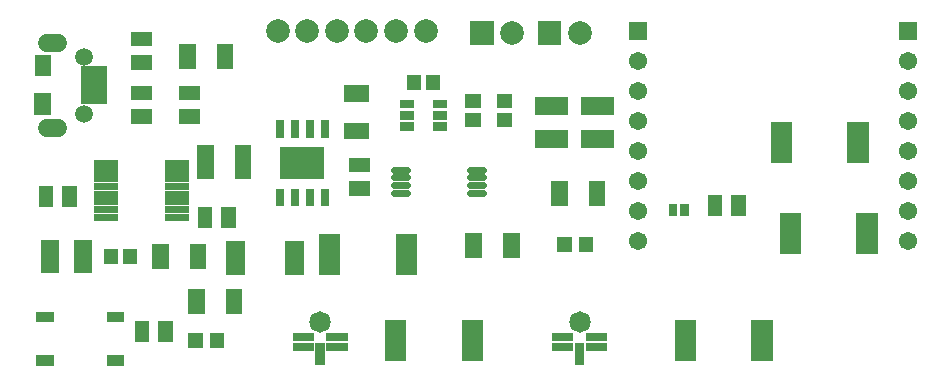
<source format=gts>
G04 Layer: TopSolderMaskLayer*
G04 EasyEDA v6.3.43, 2020-05-24T14:51:43+02:00*
G04 8b069e2c24b14efe805d348ad6be2aff,234966f79ee84ceb97ee69e44186daaf,10*
G04 Gerber Generator version 0.2*
G04 Scale: 100 percent, Rotated: No, Reflected: No *
G04 Dimensions in millimeters *
G04 leading zeros omitted , absolute positions ,3 integer and 3 decimal *
%FSLAX33Y33*%
%MOMM*%
G90*
G71D02*

%ADD50C,1.503197*%
%ADD51C,0.603199*%
%ADD54C,2.003196*%
%ADD68C,1.823187*%
%ADD74C,1.543202*%

%LPD*%
G54D50*
G01X2296Y21399D02*
G01X1396Y21399D01*
G01X2296Y28638D02*
G01X1396Y28638D01*
G54D51*
G01X30793Y17866D02*
G01X31893Y17866D01*
G01X30793Y17216D02*
G01X31893Y17216D01*
G01X30793Y16565D02*
G01X31893Y16565D01*
G01X30793Y15915D02*
G01X31893Y15915D01*
G01X37194Y17866D02*
G01X38294Y17866D01*
G01X37194Y17216D02*
G01X38294Y17216D01*
G01X37194Y16565D02*
G01X38294Y16565D01*
G01X37194Y15915D02*
G01X38294Y15915D01*
G36*
G01X11394Y18100D02*
G01X11394Y18709D01*
G01X13401Y18709D01*
G01X13401Y18100D01*
G01X11394Y18100D01*
G37*
G36*
G01X11394Y17449D02*
G01X11394Y18059D01*
G01X13401Y18059D01*
G01X13401Y17449D01*
G01X11394Y17449D01*
G37*
G36*
G01X11394Y16799D02*
G01X11394Y17409D01*
G01X13401Y17409D01*
G01X13401Y16799D01*
G01X11394Y16799D01*
G37*
G36*
G01X11394Y16149D02*
G01X11394Y16758D01*
G01X13401Y16758D01*
G01X13401Y16149D01*
G01X11394Y16149D01*
G37*
G36*
G01X11394Y15499D02*
G01X11394Y16108D01*
G01X13401Y16108D01*
G01X13401Y15499D01*
G01X11394Y15499D01*
G37*
G36*
G01X11394Y14848D02*
G01X11394Y15458D01*
G01X13401Y15458D01*
G01X13401Y14848D01*
G01X11394Y14848D01*
G37*
G36*
G01X11394Y14198D02*
G01X11394Y14808D01*
G01X13401Y14808D01*
G01X13401Y14198D01*
G01X11394Y14198D01*
G37*
G36*
G01X11394Y13548D02*
G01X11394Y14157D01*
G01X13401Y14157D01*
G01X13401Y13548D01*
G01X11394Y13548D01*
G37*
G36*
G01X5394Y13548D02*
G01X5394Y14157D01*
G01X7401Y14157D01*
G01X7401Y13548D01*
G01X5394Y13548D01*
G37*
G36*
G01X5394Y14198D02*
G01X5394Y14808D01*
G01X7401Y14808D01*
G01X7401Y14198D01*
G01X5394Y14198D01*
G37*
G36*
G01X5394Y14848D02*
G01X5394Y15458D01*
G01X7401Y15458D01*
G01X7401Y14848D01*
G01X5394Y14848D01*
G37*
G36*
G01X5394Y15499D02*
G01X5394Y16108D01*
G01X7401Y16108D01*
G01X7401Y15499D01*
G01X5394Y15499D01*
G37*
G36*
G01X5394Y16149D02*
G01X5394Y16758D01*
G01X7401Y16758D01*
G01X7401Y16149D01*
G01X5394Y16149D01*
G37*
G36*
G01X5394Y16799D02*
G01X5394Y17409D01*
G01X7401Y17409D01*
G01X7401Y16799D01*
G01X5394Y16799D01*
G37*
G36*
G01X5394Y17449D02*
G01X5394Y18059D01*
G01X7401Y18059D01*
G01X7401Y17449D01*
G01X5394Y17449D01*
G37*
G36*
G01X5394Y18100D02*
G01X5394Y18709D01*
G01X7401Y18709D01*
G01X7401Y18100D01*
G01X5394Y18100D01*
G37*
G36*
G01X13357Y2776D02*
G01X13357Y4081D01*
G01X14561Y4081D01*
G01X14561Y2776D01*
G01X13357Y2776D01*
G37*
G36*
G01X15158Y2776D02*
G01X15158Y4081D01*
G01X16360Y4081D01*
G01X16360Y2776D01*
G01X15158Y2776D01*
G37*
G36*
G01X46398Y10904D02*
G01X46398Y12209D01*
G01X47602Y12209D01*
G01X47602Y10904D01*
G01X46398Y10904D01*
G37*
G36*
G01X44599Y10904D02*
G01X44599Y12209D01*
G01X45801Y12209D01*
G01X45801Y10904D01*
G01X44599Y10904D01*
G37*
G54D54*
G01X40767Y29464D03*
G36*
G01X37226Y28463D02*
G01X37226Y30464D01*
G01X39227Y30464D01*
G01X39227Y28463D01*
G01X37226Y28463D01*
G37*
G01X46482Y29464D03*
G36*
G01X42941Y28463D02*
G01X42941Y30464D01*
G01X44942Y30464D01*
G01X44942Y28463D01*
G01X42941Y28463D01*
G37*
G36*
G01X46603Y19692D02*
G01X46603Y21196D01*
G01X49408Y21196D01*
G01X49408Y19692D01*
G01X46603Y19692D01*
G37*
G36*
G01X46603Y22491D02*
G01X46603Y23995D01*
G01X49408Y23995D01*
G01X49408Y22491D01*
G01X46603Y22491D01*
G37*
G36*
G01X3695Y9138D02*
G01X3695Y11943D01*
G01X5199Y11943D01*
G01X5199Y9138D01*
G01X3695Y9138D01*
G37*
G36*
G01X896Y9138D02*
G01X896Y11943D01*
G01X2400Y11943D01*
G01X2400Y9138D01*
G01X896Y9138D01*
G37*
G36*
G01X24424Y8915D02*
G01X24424Y12420D01*
G01X26225Y12420D01*
G01X26225Y8915D01*
G01X24424Y8915D01*
G37*
G36*
G01X30924Y8915D02*
G01X30924Y12420D01*
G01X32727Y12420D01*
G01X32727Y8915D01*
G01X30924Y8915D01*
G37*
G36*
G01X36512Y1676D02*
G01X36512Y5181D01*
G01X38313Y5181D01*
G01X38313Y1676D01*
G01X36512Y1676D01*
G37*
G36*
G01X30010Y1676D02*
G01X30010Y5181D01*
G01X31813Y5181D01*
G01X31813Y1676D01*
G01X30010Y1676D01*
G37*
G36*
G01X61023Y1676D02*
G01X61023Y5181D01*
G01X62824Y5181D01*
G01X62824Y1676D01*
G01X61023Y1676D01*
G37*
G36*
G01X54521Y1676D02*
G01X54521Y5181D01*
G01X56324Y5181D01*
G01X56324Y1676D01*
G01X54521Y1676D01*
G37*
G36*
G01X69151Y18440D02*
G01X69151Y21945D01*
G01X70952Y21945D01*
G01X70952Y18440D01*
G01X69151Y18440D01*
G37*
G36*
G01X62649Y18440D02*
G01X62649Y21945D01*
G01X64452Y21945D01*
G01X64452Y18440D01*
G01X62649Y18440D01*
G37*
G36*
G01X69913Y10693D02*
G01X69913Y14198D01*
G01X71714Y14198D01*
G01X71714Y10693D01*
G01X69913Y10693D01*
G37*
G36*
G01X63411Y10693D02*
G01X63411Y14198D01*
G01X65214Y14198D01*
G01X65214Y10693D01*
G01X63411Y10693D01*
G37*
G36*
G01X12585Y23766D02*
G01X12585Y24970D01*
G01X14338Y24970D01*
G01X14338Y23766D01*
G01X12585Y23766D01*
G37*
G36*
G01X12585Y21765D02*
G01X12585Y22969D01*
G01X14338Y22969D01*
G01X14338Y21765D01*
G01X12585Y21765D01*
G37*
G36*
G01X8521Y23766D02*
G01X8521Y24970D01*
G01X10274Y24970D01*
G01X10274Y23766D01*
G01X8521Y23766D01*
G37*
G36*
G01X8521Y21765D02*
G01X8521Y22969D01*
G01X10274Y22969D01*
G01X10274Y21765D01*
G01X8521Y21765D01*
G37*
G36*
G01X42666Y19692D02*
G01X42666Y21196D01*
G01X45471Y21196D01*
G01X45471Y19692D01*
G01X42666Y19692D01*
G37*
G36*
G01X42666Y22491D02*
G01X42666Y23995D01*
G01X45471Y23995D01*
G01X45471Y22491D01*
G01X42666Y22491D01*
G37*
G36*
G01X4229Y23403D02*
G01X4229Y24056D01*
G01X6433Y24056D01*
G01X6433Y23403D01*
G01X4229Y23403D01*
G37*
G36*
G01X4229Y24053D02*
G01X4229Y24706D01*
G01X6433Y24706D01*
G01X6433Y24053D01*
G01X4229Y24053D01*
G37*
G36*
G01X4229Y24701D02*
G01X4229Y25356D01*
G01X6433Y25356D01*
G01X6433Y24701D01*
G01X4229Y24701D01*
G37*
G36*
G01X4229Y25351D02*
G01X4229Y26007D01*
G01X6433Y26007D01*
G01X6433Y25351D01*
G01X4229Y25351D01*
G37*
G36*
G01X4229Y26001D02*
G01X4229Y26654D01*
G01X6433Y26654D01*
G01X6433Y26001D01*
G01X4229Y26001D01*
G37*
G36*
G01X317Y22522D02*
G01X317Y24325D01*
G01X1719Y24325D01*
G01X1719Y22522D01*
G01X317Y22522D01*
G37*
G36*
G01X332Y25801D02*
G01X332Y27604D01*
G01X1737Y27604D01*
G01X1737Y25801D01*
G01X332Y25801D01*
G37*
G54D50*
G01X4546Y27429D03*
G01X4546Y22588D03*
G36*
G01X8811Y3314D02*
G01X8811Y5067D01*
G01X10015Y5067D01*
G01X10015Y3314D01*
G01X8811Y3314D01*
G37*
G36*
G01X10812Y3314D02*
G01X10812Y5067D01*
G01X12016Y5067D01*
G01X12016Y3314D01*
G01X10812Y3314D01*
G37*
G36*
G01X57325Y13982D02*
G01X57325Y15735D01*
G01X58529Y15735D01*
G01X58529Y13982D01*
G01X57325Y13982D01*
G37*
G36*
G01X59326Y13982D02*
G01X59326Y15735D01*
G01X60530Y15735D01*
G01X60530Y13982D01*
G01X59326Y13982D01*
G37*
G36*
G01X21511Y8961D02*
G01X21511Y11864D01*
G01X23114Y11864D01*
G01X23114Y8961D01*
G01X21511Y8961D01*
G37*
G36*
G01X16510Y8961D02*
G01X16510Y11864D01*
G01X18112Y11864D01*
G01X18112Y8961D01*
G01X16510Y8961D01*
G37*
G36*
G01X39479Y21457D02*
G01X39479Y22661D01*
G01X40784Y22661D01*
G01X40784Y21457D01*
G01X39479Y21457D01*
G37*
G36*
G01X39479Y23058D02*
G01X39479Y24262D01*
G01X40784Y24262D01*
G01X40784Y23058D01*
G01X39479Y23058D01*
G37*
G36*
G01X36812Y21457D02*
G01X36812Y22661D01*
G01X38117Y22661D01*
G01X38117Y21457D01*
G01X36812Y21457D01*
G37*
G36*
G01X36812Y23058D02*
G01X36812Y24262D01*
G01X38117Y24262D01*
G01X38117Y23058D01*
G01X36812Y23058D01*
G37*
G36*
G01X31871Y24620D02*
G01X31871Y25925D01*
G01X33075Y25925D01*
G01X33075Y24620D01*
G01X31871Y24620D01*
G37*
G36*
G01X33472Y24620D02*
G01X33472Y25925D01*
G01X34676Y25925D01*
G01X34676Y24620D01*
G01X33472Y24620D01*
G37*
G36*
G01X6217Y9888D02*
G01X6217Y11193D01*
G01X7421Y11193D01*
G01X7421Y9888D01*
G01X6217Y9888D01*
G37*
G36*
G01X7818Y9888D02*
G01X7818Y11193D01*
G01X9022Y11193D01*
G01X9022Y9888D01*
G01X7818Y9888D01*
G37*
G36*
G01X54013Y13977D02*
G01X54013Y14978D01*
G01X54716Y14978D01*
G01X54716Y13977D01*
G01X54013Y13977D01*
G37*
G36*
G01X55011Y13977D02*
G01X55011Y14978D01*
G01X55714Y14978D01*
G01X55714Y13977D01*
G01X55011Y13977D01*
G37*
G36*
G01X34071Y23053D02*
G01X34071Y23804D01*
G01X35275Y23804D01*
G01X35275Y23053D01*
G01X34071Y23053D01*
G37*
G36*
G01X34071Y22103D02*
G01X34071Y22854D01*
G01X35275Y22854D01*
G01X35275Y22103D01*
G01X34071Y22103D01*
G37*
G36*
G01X34071Y21153D02*
G01X34071Y21904D01*
G01X35275Y21904D01*
G01X35275Y21153D01*
G01X34071Y21153D01*
G37*
G36*
G01X31272Y21153D02*
G01X31272Y21904D01*
G01X32476Y21904D01*
G01X32476Y21153D01*
G01X31272Y21153D01*
G37*
G36*
G01X31272Y22103D02*
G01X31272Y22854D01*
G01X32476Y22854D01*
G01X32476Y22103D01*
G01X31272Y22103D01*
G37*
G36*
G01X31272Y23053D02*
G01X31272Y23804D01*
G01X32476Y23804D01*
G01X32476Y23053D01*
G01X31272Y23053D01*
G37*
G54D54*
G01X33428Y29591D03*
G01X20927Y29591D03*
G01X23428Y29591D03*
G01X25928Y29591D03*
G01X28427Y29591D03*
G01X30927Y29591D03*
G36*
G01X6438Y1254D02*
G01X6438Y2156D01*
G01X7942Y2156D01*
G01X7942Y1254D01*
G01X6438Y1254D01*
G37*
G36*
G01X439Y1254D02*
G01X439Y2156D01*
G01X1943Y2156D01*
G01X1943Y1254D01*
G01X439Y1254D01*
G37*
G36*
G01X6438Y4955D02*
G01X6438Y5857D01*
G01X7942Y5857D01*
G01X7942Y4955D01*
G01X6438Y4955D01*
G37*
G36*
G01X439Y4955D02*
G01X439Y5857D01*
G01X1943Y5857D01*
G01X1943Y4955D01*
G01X439Y4955D01*
G37*
G36*
G01X26936Y15669D02*
G01X26936Y16873D01*
G01X28689Y16873D01*
G01X28689Y15669D01*
G01X26936Y15669D01*
G37*
G36*
G01X26936Y17670D02*
G01X26936Y18874D01*
G01X28689Y18874D01*
G01X28689Y17670D01*
G01X26936Y17670D01*
G37*
G36*
G01X8521Y28338D02*
G01X8521Y29542D01*
G01X10274Y29542D01*
G01X10274Y28338D01*
G01X8521Y28338D01*
G37*
G36*
G01X8521Y26337D02*
G01X8521Y27541D01*
G01X10274Y27541D01*
G01X10274Y26337D01*
G01X8521Y26337D01*
G37*
G54D68*
G01X24511Y4953D03*
G36*
G01X25034Y3342D02*
G01X25034Y4064D01*
G01X26837Y4064D01*
G01X26837Y3342D01*
G01X25034Y3342D01*
G37*
G36*
G01X25041Y2512D02*
G01X25041Y3233D01*
G01X26845Y3233D01*
G01X26845Y2512D01*
G01X25041Y2512D01*
G37*
G36*
G01X24109Y1358D02*
G01X24109Y3162D01*
G01X24912Y3162D01*
G01X24912Y1358D01*
G01X24109Y1358D01*
G37*
G36*
G01X22176Y2512D02*
G01X22176Y3233D01*
G01X23980Y3233D01*
G01X23980Y2512D01*
G01X22176Y2512D01*
G37*
G36*
G01X22171Y3342D02*
G01X22171Y4064D01*
G01X23975Y4064D01*
G01X23975Y3342D01*
G01X22171Y3342D01*
G37*
G36*
G01X47005Y3342D02*
G01X47005Y4064D01*
G01X48808Y4064D01*
G01X48808Y3342D01*
G01X47005Y3342D01*
G37*
G36*
G01X47012Y2512D02*
G01X47012Y3233D01*
G01X48816Y3233D01*
G01X48816Y2512D01*
G01X47012Y2512D01*
G37*
G36*
G01X46080Y1358D02*
G01X46080Y3162D01*
G01X46883Y3162D01*
G01X46883Y1358D01*
G01X46080Y1358D01*
G37*
G36*
G01X44147Y2512D02*
G01X44147Y3233D01*
G01X45951Y3233D01*
G01X45951Y2512D01*
G01X44147Y2512D01*
G37*
G36*
G01X44142Y3342D02*
G01X44142Y4064D01*
G01X45946Y4064D01*
G01X45946Y3342D01*
G01X44142Y3342D01*
G37*
G01X46482Y4953D03*
G36*
G01X15758Y26380D02*
G01X15758Y28483D01*
G01X17160Y28483D01*
G01X17160Y26380D01*
G01X15758Y26380D01*
G37*
G36*
G01X12557Y26380D02*
G01X12557Y28483D01*
G01X13959Y28483D01*
G01X13959Y26380D01*
G01X12557Y26380D01*
G37*
G36*
G01X16146Y12966D02*
G01X16146Y14719D01*
G01X17350Y14719D01*
G01X17350Y12966D01*
G01X16146Y12966D01*
G37*
G36*
G01X14145Y12966D02*
G01X14145Y14719D01*
G01X15349Y14719D01*
G01X15349Y12966D01*
G01X14145Y12966D01*
G37*
G36*
G01X2684Y14744D02*
G01X2684Y16497D01*
G01X3888Y16497D01*
G01X3888Y14744D01*
G01X2684Y14744D01*
G37*
G36*
G01X683Y14744D02*
G01X683Y16497D01*
G01X1887Y16497D01*
G01X1887Y14744D01*
G01X683Y14744D01*
G37*
G36*
G01X50662Y28818D02*
G01X50662Y30363D01*
G01X52207Y30363D01*
G01X52207Y28818D01*
G01X50662Y28818D01*
G37*
G54D74*
G01X51435Y27051D03*
G01X51435Y21971D03*
G01X51435Y24511D03*
G01X51435Y16891D03*
G01X51435Y19431D03*
G01X51435Y11811D03*
G01X51435Y14351D03*
G01X74295Y14351D03*
G01X74295Y11811D03*
G01X74295Y19431D03*
G01X74295Y16891D03*
G01X74295Y24511D03*
G01X74295Y21971D03*
G01X74295Y27051D03*
G36*
G01X73522Y28818D02*
G01X73522Y30363D01*
G01X75067Y30363D01*
G01X75067Y28818D01*
G01X73522Y28818D01*
G37*
G36*
G01X20741Y14754D02*
G01X20741Y16258D01*
G01X21424Y16258D01*
G01X21424Y14754D01*
G01X20741Y14754D01*
G37*
G36*
G01X22011Y14754D02*
G01X22011Y16258D01*
G01X22694Y16258D01*
G01X22694Y14754D01*
G01X22011Y14754D01*
G37*
G36*
G01X23281Y14754D02*
G01X23281Y16258D01*
G01X23964Y16258D01*
G01X23964Y14754D01*
G01X23281Y14754D01*
G37*
G36*
G01X24551Y14754D02*
G01X24551Y16258D01*
G01X25234Y16258D01*
G01X25234Y14754D01*
G01X24551Y14754D01*
G37*
G36*
G01X24551Y20571D02*
G01X24551Y22075D01*
G01X25234Y22075D01*
G01X25234Y20571D01*
G01X24551Y20571D01*
G37*
G36*
G01X23281Y20571D02*
G01X23281Y22075D01*
G01X23964Y22075D01*
G01X23964Y20571D01*
G01X23281Y20571D01*
G37*
G36*
G01X22011Y20571D02*
G01X22011Y22075D01*
G01X22694Y22075D01*
G01X22694Y20571D01*
G01X22011Y20571D01*
G37*
G36*
G01X20741Y20571D02*
G01X20741Y22075D01*
G01X21424Y22075D01*
G01X21424Y20571D01*
G01X20741Y20571D01*
G37*
G36*
G01X21135Y17063D02*
G01X21135Y19766D01*
G01X24838Y19766D01*
G01X24838Y17063D01*
G01X21135Y17063D01*
G37*
G36*
G01X36814Y10378D02*
G01X36814Y12481D01*
G01X38216Y12481D01*
G01X38216Y10378D01*
G01X36814Y10378D01*
G37*
G36*
G01X40015Y10378D02*
G01X40015Y12481D01*
G01X41417Y12481D01*
G01X41417Y10378D01*
G01X40015Y10378D01*
G37*
G36*
G01X26507Y23632D02*
G01X26507Y25034D01*
G01X28610Y25034D01*
G01X28610Y23632D01*
G01X26507Y23632D01*
G37*
G36*
G01X26507Y20431D02*
G01X26507Y21833D01*
G01X28610Y21833D01*
G01X28610Y20431D01*
G01X26507Y20431D01*
G37*
G36*
G01X13472Y9489D02*
G01X13472Y11592D01*
G01X14874Y11592D01*
G01X14874Y9489D01*
G01X13472Y9489D01*
G37*
G36*
G01X10271Y9489D02*
G01X10271Y11592D01*
G01X11673Y11592D01*
G01X11673Y9489D01*
G01X10271Y9489D01*
G37*
G36*
G01X16520Y5679D02*
G01X16520Y7782D01*
G01X17922Y7782D01*
G01X17922Y5679D01*
G01X16520Y5679D01*
G37*
G36*
G01X13319Y5679D02*
G01X13319Y7782D01*
G01X14721Y7782D01*
G01X14721Y5679D01*
G01X13319Y5679D01*
G37*
G36*
G01X44053Y14823D02*
G01X44053Y16926D01*
G01X45455Y16926D01*
G01X45455Y14823D01*
G01X44053Y14823D01*
G37*
G36*
G01X47254Y14823D02*
G01X47254Y16926D01*
G01X48656Y16926D01*
G01X48656Y14823D01*
G01X47254Y14823D01*
G37*
G36*
G01X17282Y17089D02*
G01X17282Y19992D01*
G01X18684Y19992D01*
G01X18684Y17089D01*
G01X17282Y17089D01*
G37*
G36*
G01X14081Y17089D02*
G01X14081Y19992D01*
G01X15483Y19992D01*
G01X15483Y17089D01*
G01X14081Y17089D01*
G37*
M00*
M02*

</source>
